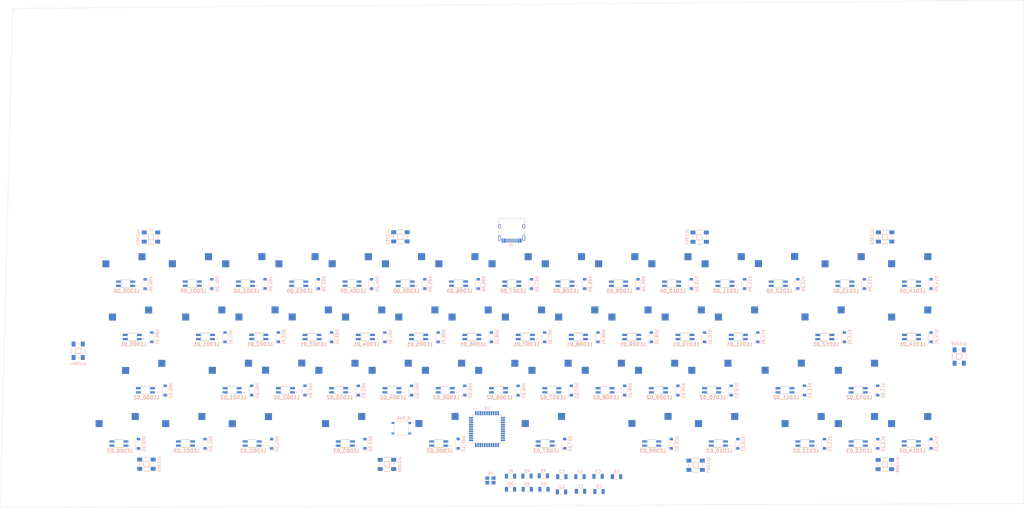
<source format=kicad_pcb>
(kicad_pcb (version 20211014) (generator pcbnew)
  (title_block (title "chasma"))
  (layers (0 "F.Cu" signal) (31 "B.Cu" signal) (34 "B.Paste" user) (35 "F.Paste" user) (36 "B.SilkS" user "B.Silkscreen") (37 "F.SilkS" user "F.Silkscreen") (38 "B.Mask" user) (39 "F.Mask" user) (44 "Edge.Cuts" user))
  (net 0 "")
  (net 1 "Net-(C0-Pad1)")
  (net 2 "GND")
  (net 3 "Net-(C1-Pad2)")
  (net 4 "Net-(C2-Pad1)")
  (net 5 "VCC")
  (net 6 "Net-(D00_00-Pad2)")
  (net 7 "row00")
  (net 8 "Net-(D00_01-Pad2)")
  (net 9 "row01")
  (net 10 "Net-(D00_02-Pad2)")
  (net 11 "row02")
  (net 12 "Net-(D00_03-Pad2)")
  (net 13 "row03")
  (net 14 "Net-(D01_00-Pad2)")
  (net 15 "Net-(D01_01-Pad2)")
  (net 16 "Net-(D01_02-Pad2)")
  (net 17 "Net-(D01_03-Pad2)")
  (net 18 "Net-(D02_00-Pad2)")
  (net 19 "Net-(D02_01-Pad2)")
  (net 20 "Net-(D02_02-Pad2)")
  (net 21 "Net-(D02_03-Pad2)")
  (net 22 "Net-(D03_00-Pad2)")
  (net 23 "Net-(D03_01-Pad2)")
  (net 24 "Net-(D03_02-Pad2)")
  (net 25 "Net-(D03_03-Pad2)")
  (net 26 "Net-(D04_00-Pad2)")
  (net 27 "Net-(D04_01-Pad2)")
  (net 28 "Net-(D04_02-Pad2)")
  (net 29 "Net-(D05_00-Pad2)")
  (net 30 "Net-(D05_01-Pad2)")
  (net 31 "Net-(D05_02-Pad2)")
  (net 32 "Net-(D05_03-Pad2)")
  (net 33 "Net-(D06_00-Pad2)")
  (net 34 "Net-(D06_01-Pad2)")
  (net 35 "Net-(D06_02-Pad2)")
  (net 36 "Net-(D07_00-Pad2)")
  (net 37 "Net-(D07_01-Pad2)")
  (net 38 "Net-(D07_02-Pad2)")
  (net 39 "Net-(D07_03-Pad2)")
  (net 40 "Net-(D08_00-Pad2)")
  (net 41 "Net-(D08_01-Pad2)")
  (net 42 "Net-(D08_02-Pad2)")
  (net 43 "Net-(D09_00-Pad2)")
  (net 44 "Net-(D09_01-Pad2)")
  (net 45 "Net-(D09_02-Pad2)")
  (net 46 "Net-(D09_03-Pad2)")
  (net 47 "Net-(D10_00-Pad2)")
  (net 48 "Net-(D10_01-Pad2)")
  (net 49 "Net-(D10_02-Pad2)")
  (net 50 "Net-(D10_03-Pad2)")
  (net 51 "Net-(D11_00-Pad2)")
  (net 52 "Net-(D11_01-Pad2)")
  (net 53 "Net-(D11_02-Pad2)")
  (net 54 "Net-(D12_00-Pad2)")
  (net 55 "Net-(D12_01-Pad2)")
  (net 56 "Net-(D12_03-Pad2)")
  (net 57 "Net-(D13_00-Pad2)")
  (net 58 "Net-(D13_02-Pad2)")
  (net 59 "Net-(D13_03-Pad2)")
  (net 60 "Net-(D14_00-Pad2)")
  (net 61 "Net-(D14_01-Pad2)")
  (net 62 "Net-(D14_03-Pad2)")
  (net 63 "Net-(J0-PadA5)")
  (net 64 "D+")
  (net 65 "D-")
  (net 67 "Net-(J0-PadB5)")
  (net 69 "Net-(LED00_00-Pad2)")
  (net 70 "Net-(LED00_00-Pad4)")
  (net 71 "Net-(LED00_01-Pad4)")
  (net 72 "Net-(LED00_02-Pad4)")
  (net 73 "LED")
  (net 74 "Net-(LED01_00-Pad2)")
  (net 75 "Net-(LED01_01-Pad2)")
  (net 76 "Net-(LED01_02-Pad2)")
  (net 77 "Net-(LED01_03-Pad2)")
  (net 78 "Net-(LED02_00-Pad2)")
  (net 79 "Net-(LED02_00-Pad4)")
  (net 80 "Net-(LED02_01-Pad4)")
  (net 81 "Net-(LED02_02-Pad4)")
  (net 82 "Net-(LED03_00-Pad2)")
  (net 83 "Net-(LED03_01-Pad2)")
  (net 84 "Net-(LED03_02-Pad2)")
  (net 85 "Net-(LED03_03-Pad2)")
  (net 86 "Net-(LED04_00-Pad2)")
  (net 87 "Net-(LED04_00-Pad4)")
  (net 88 "Net-(LED04_01-Pad4)")
  (net 89 "Net-(LED05_00-Pad2)")
  (net 90 "Net-(LED05_01-Pad2)")
  (net 91 "Net-(LED05_02-Pad2)")
  (net 92 "Net-(LED05_03-Pad2)")
  (net 93 "Net-(LED06_00-Pad2)")
  (net 94 "Net-(LED06_00-Pad4)")
  (net 95 "Net-(LED06_01-Pad4)")
  (net 96 "Net-(LED07_00-Pad2)")
  (net 97 "Net-(LED07_01-Pad2)")
  (net 98 "Net-(LED07_02-Pad2)")
  (net 99 "Net-(LED07_03-Pad2)")
  (net 100 "Net-(LED08_00-Pad2)")
  (net 101 "Net-(LED08_00-Pad4)")
  (net 102 "Net-(LED08_01-Pad4)")
  (net 103 "Net-(LED09_00-Pad2)")
  (net 104 "Net-(LED09_01-Pad2)")
  (net 105 "Net-(LED09_02-Pad2)")
  (net 106 "Net-(LED09_03-Pad2)")
  (net 107 "Net-(LED10_00-Pad2)")
  (net 108 "Net-(LED10_00-Pad4)")
  (net 109 "Net-(LED10_01-Pad4)")
  (net 110 "Net-(LED10_02-Pad4)")
  (net 111 "Net-(LED11_00-Pad2)")
  (net 112 "Net-(LED11_01-Pad2)")
  (net 113 "Net-(LED11_02-Pad2)")
  (net 114 "Net-(LED12_00-Pad2)")
  (net 115 "Net-(LED12_00-Pad4)")
  (net 116 "Net-(LED12_01-Pad4)")
  (net 117 "Net-(LED13_00-Pad2)")
  (net 118 "Net-(LED13_02-Pad2)")
  (net 119 "Net-(LED13_03-Pad2)")
  (net 120 "Net-(LED14_00-Pad2)")
  (net 121 "Net-(LED14_00-Pad4)")
  (net 122 "Net-(LED14_01-Pad4)")
  (net 123 "Net-(R0-Pad2)")
  (net 124 "Net-(R1-Pad1)")
  (net 125 "Net-(R2-Pad1)")
  (net 126 "RESET")
  (net 127 "col00")
  (net 128 "col01")
  (net 129 "col02")
  (net 130 "col03")
  (net 131 "col04")
  (net 132 "col05")
  (net 133 "col06")
  (net 134 "col07")
  (net 135 "col08")
  (net 136 "col09")
  (net 137 "col10")
  (net 138 "col11")
  (net 139 "col12")
  (net 140 "col13")
  (net 141 "col14")
  (net 148 "Net-(ULED00-Pad2)")
  (net 149 "Net-(ULED01-Pad2)")
  (net 150 "Net-(ULED02-Pad2)")
  (net 151 "Net-(ULED03-Pad2)")
  (net 152 "Net-(ULED04-Pad2)")
  (net 153 "Net-(ULED05-Pad2)")
  (net 154 "Net-(ULED06-Pad2)")
  (net 155 "Net-(ULED07-Pad2)")
  (net 156 "Net-(ULED08-Pad2)")
  (footprint "MX_Only:MXOnly-1U-Hotswap" (layer "F.Cu") (at 244.175 146.7)
    (fp_text reference "SW09_00")
    (fp_text value "SW_Push")
  )
  (footprint "SK6812MINI-E:SK6812MINIE" (layer "F.Cu") (at 115.575 170.325)
    (fp_text reference "LED02_01")
    (fp_text value "SK6812MINI-E" hide)
    (fp_line (start -1.6 -1.4) (end 1.6 -1.4) (layer "Edge.Cuts") (width 0.2))
    (fp_line (start 1.6 1.4) (end -1.6 1.4) (layer "Edge.Cuts") (width 0.2))
    (fp_line (start -1.6 1.4) (end -1.6 -1.4) (layer "Edge.Cuts") (width 0.2))
    (fp_line (start 1.6 -1.4) (end 1.6 1.4) (layer "Edge.Cuts") (width 0.2))
  )
  (footprint "SK6812MINI-E:SK6812MINIE" (layer "F.Cu") (at 229.85 170.35)
    (fp_text reference "LED08_01")
    (fp_text value "SK6812MINI-E" hide)
    (fp_line (start 1.6 1.4) (end -1.6 1.4) (layer "Edge.Cuts") (width 0.2))
    (fp_line (start -1.6 -1.4) (end 1.6 -1.4) (layer "Edge.Cuts") (width 0.2))
    (fp_line (start -1.6 1.4) (end -1.6 -1.4) (layer "Edge.Cuts") (width 0.2))
    (fp_line (start 1.6 -1.4) (end 1.6 1.4) (layer "Edge.Cuts") (width 0.2))
  )
  (footprint "SK6812MINI-E:SK6812MINIE" (layer "F.Cu") (at 329.9 189.4)
    (fp_text reference "LED13_02")
    (fp_text value "SK6812MINI-E" hide)
    (fp_line (start -1.6 1.4) (end -1.6 -1.4) (layer "Edge.Cuts") (width 0.2))
    (fp_line (start -1.6 -1.4) (end 1.6 -1.4) (layer "Edge.Cuts") (width 0.2))
    (fp_line (start 1.6 -1.4) (end 1.6 1.4) (layer "Edge.Cuts") (width 0.2))
    (fp_line (start 1.6 1.4) (end -1.6 1.4) (layer "Edge.Cuts") (width 0.2))
  )
  (footprint "MX_Only:MXOnly-1U-Hotswap" (layer "F.Cu") (at 96.525 165.75)
    (fp_text reference "SW01_01")
    (fp_text value "SW_Push")
  )
  (footprint "MX_Only:MXOnly-1U-Hotswap" (layer "F.Cu") (at 182.25 184.8)
    (fp_text reference "SW05_02")
    (fp_text value "SW_Push")
  )
  (footprint "MX_Only:MXOnly-1U-Hotswap" (layer "F.Cu") (at 106.05 184.8)
    (fp_text reference "SW01_02")
    (fp_text value "SW_Push")
  )
  (footprint "MX_Only:MXOnly-1U-Hotswap" (layer "F.Cu") (at 277.5 184.8)
    (fp_text reference "SW10_02")
    (fp_text value "SW_Push")
  )
  (footprint "MX_Only:MXOnly-2.75U-Hotswap-ReversedStabilizers" (layer "F.Cu") (at 217.975 203.825)
    (fp_text reference "SW07_03")
    (fp_text value "SW_Push")
  )
  (footprint "MX_Only:MXOnly-2.25U-Hotswap" (layer "F.Cu") (at 75.05 184.85055)
    (fp_text reference "SW00_02")
    (fp_text value "SW_Push")
  )
  (footprint "SK6812MINI-E:SK6812MINIE" (layer "F.Cu") (at 148.925 151.275)
    (fp_text reference "LED04_00")
    (fp_text value "SK6812MINI-E" hide)
    (fp_line (start -1.6 -1.4) (end 1.6 -1.4) (layer "Edge.Cuts") (width 0.2))
    (fp_line (start 1.6 -1.4) (end 1.6 1.4) (layer "Edge.Cuts") (width 0.2))
    (fp_line (start 1.6 1.4) (end -1.6 1.4) (layer "Edge.Cuts") (width 0.2))
    (fp_line (start -1.6 1.4) (end -1.6 -1.4) (layer "Edge.Cuts") (width 0.2))
  )
  (footprint "MX_Only:MXOnly-1.5U-Hotswap" (layer "F.Cu") (at 325.15 146.7)
    (fp_text reference "SW13_00")
    (fp_text value "SW_Push")
  )
  (footprint "MX_Only:MXOnly-1U-Hotswap" (layer "F.Cu") (at 310.85 203.85)
    (fp_text reference "SW12_03")
    (fp_text value "SW_Push")
  )
  (footprint "SK6812MINI-E:SK6812MINIE" (layer "F.Cu") (at 303.725 189.4)
    (fp_text reference "LED11_02")
    (fp_text value "SK6812MINI-E" hide)
    (fp_line (start -1.6 1.4) (end -1.6 -1.4) (layer "Edge.Cuts") (width 0.2))
    (fp_line (start 1.6 -1.4) (end 1.6 1.4) (layer "Edge.Cuts") (width 0.2))
    (fp_line (start 1.6 1.4) (end -1.6 1.4) (layer "Edge.Cuts") (width 0.2))
    (fp_line (start -1.6 -1.4) (end 1.6 -1.4) (layer "Edge.Cuts") (width 0.2))
  )
  (footprint "SK6812MINI-E:SK6812MINIE" (layer "F.Cu") (at 146.525 208.45)
    (fp_text reference "LED03_03")
    (fp_text value "SK6812MINI-E" hide)
    (fp_line (start 1.6 -1.4) (end 1.6 1.4) (layer "Edge.Cuts") (width 0.2))
    (fp_line (start -1.6 1.4) (end -1.6 -1.4) (layer "Edge.Cuts") (width 0.2))
    (fp_line (start 1.6 1.4) (end -1.6 1.4) (layer "Edge.Cuts") (width 0.2))
    (fp_line (start -1.6 -1.4) (end 1.6 -1.4) (layer "Edge.Cuts") (width 0.2))
  )
  (footprint "SK6812MINI-E:SK6812MINIE" (layer "F.Cu") (at 244.175 151.3)
    (fp_text reference "LED09_00")
    (fp_text value "SK6812MINI-E" hide)
    (fp_line (start 1.6 -1.4) (end 1.6 1.4) (layer "Edge.Cuts") (width 0.2))
    (fp_line (start -1.6 -1.4) (end 1.6 -1.4) (layer "Edge.Cuts") (width 0.2))
    (fp_line (start -1.6 1.4) (end -1.6 -1.4) (layer "Edge.Cuts") (width 0.2))
    (fp_line (start 1.6 1.4) (end -1.6 1.4) (layer "Edge.Cuts") (width 0.2))
  )
  (footprint "SK6812MINI-E:SK6812MINIE" (layer "F.Cu") (at 187.025 151.275)
    (fp_text reference "LED06_00")
    (fp_text value "SK6812MINI-E" hide)
    (fp_line (start 1.6 -1.4) (end 1.6 1.4) (layer "Edge.Cuts") (width 0.2))
    (fp_line (start 1.6 1.4) (end -1.6 1.4) (layer "Edge.Cuts") (width 0.2))
    (fp_line (start -1.6 1.4) (end -1.6 -1.4) (layer "Edge.Cuts") (width 0.2))
    (fp_line (start -1.6 -1.4) (end 1.6 -1.4) (layer "Edge.Cuts") (width 0.2))
  )
  (footprint "SK6812MINI-E:SK6812MINIE" (layer "F.Cu") (at 348.95 170.35)
    (fp_text reference "LED14_01")
    (fp_text value "SK6812MINI-E" hide)
    (fp_line (start 1.6 1.4) (end -1.6 1.4) (layer "Edge.Cuts") (width 0.2))
    (fp_line (start -1.6 1.4) (end -1.6 -1.4) (layer "Edge.Cuts") (width 0.2))
    (fp_line (start 1.6 -1.4) (end 1.6 1.4) (layer "Edge.Cuts") (width 0.2))
    (fp_line (start -1.6 -1.4) (end 1.6 -1.4) (layer "Edge.Cuts") (width 0.2))
  )
  (footprint "SK6812MINI-E:SK6812MINIE" (layer "F.Cu") (at 325.15 151.3)
    (fp_text reference "LED13_00")
    (fp_text value "SK6812MINI-E" hide)
    (fp_line (start 1.6 1.4) (end -1.6 1.4) (layer "Edge.Cuts") (width 0.2))
    (fp_line (start -1.6 -1.4) (end 1.6 -1.4) (layer "Edge.Cuts") (width 0.2))
    (fp_line (start -1.6 1.4) (end -1.6 -1.4) (layer "Edge.Cuts") (width 0.2))
    (fp_line (start 1.6 -1.4) (end 1.6 1.4) (layer "Edge.Cuts") (width 0.2))
  )
  (footprint "SK6812MINI-E:SK6812MINIE" (layer "F.Cu") (at 91.775 151.275)
    (fp_text reference "LED01_00")
    (fp_text value "SK6812MINI-E" hide)
    (fp_line (start 1.6 1.4) (end -1.6 1.4) (layer "Edge.Cuts") (width 0.2))
    (fp_line (start 1.6 -1.4) (end 1.6 1.4) (layer "Edge.Cuts") (width 0.2))
    (fp_line (start -1.6 -1.4) (end 1.6 -1.4) (layer "Edge.Cuts") (width 0.2))
    (fp_line (start -1.6 1.4) (end -1.6 -1.4) (layer "Edge.Cuts") (width 0.2))
  )
  (footprint "MX_Only:MXOnly-1U-Hotswap" (layer "F.Cu") (at 220.35 184.8)
    (fp_text reference "SW07_02")
    (fp_text value "SW_Push")
  )
  (footprint "SK6812MINI-E:SK6812MINIE" (layer "F.Cu") (at 277.5 189.4)
    (fp_text reference "LED10_02")
    (fp_text value "SK6812MINI-E" hide)
    (fp_line (start 1.6 -1.4) (end 1.6 1.4) (layer "Edge.Cuts") (width 0.2))
    (fp_line (start 1.6 1.4) (end -1.6 1.4) (layer "Edge.Cuts") (width 0.2))
    (fp_line (start -1.6 -1.4) (end 1.6 -1.4) (layer "Edge.Cuts") (width 0.2))
    (fp_line (start -1.6 1.4) (end -1.6 -1.4) (layer "Edge.Cuts") (width 0.2))
  )
  (footprint "SK6812MINI-E:SK6812MINIE" (layer "F.Cu") (at 317.975 170.35)
    (fp_text reference "LED12_01")
    (fp_text value "SK6812MINI-E" hide)
    (fp_line (start -1.6 1.4) (end -1.6 -1.4) (layer "Edge.Cuts") (width 0.2))
    (fp_line (start -1.6 -1.4) (end 1.6 -1.4) (layer "Edge.Cuts") (width 0.2))
    (fp_line (start 1.6 -1.4) (end 1.6 1.4) (layer "Edge.Cuts") (width 0.2))
    (fp_line (start 1.6 1.4) (end -1.6 1.4) (layer "Edge.Cuts") (width 0.2))
  )
  (footprint "MX_Only:MXOnly-1U-Hotswap" (layer "F.Cu") (at 329.9 184.8)
    (fp_text reference "SW13_02")
    (fp_text value "SW_Push")
  )
  (footprint "SK6812MINI-E:SK6812MINIE" (layer "F.Cu") (at 282.275 151.3)
    (fp_text reference "LED11_00")
    (fp_text value "SK6812MINI-E" hide)
    (fp_line (start 1.6 -1.4) (end 1.6 1.4) (layer "Edge.Cuts") (width 0.2))
    (fp_line (start 1.6 1.4) (end -1.6 1.4) (layer "Edge.Cuts") (width 0.2))
    (fp_line (start -1.6 1.4) (end -1.6 -1.4) (layer "Edge.Cuts") (width 0.2))
    (fp_line (start -1.6 -1.4) (end 1.6 -1.4) (layer "Edge.Cuts") (width 0.2))
  )
  (footprint "MX_Only:MXOnly-1U-Hotswap" (layer "F.Cu") (at 267.975 165.75)
    (fp_text reference "SW10_01")
    (fp_text value "SW_Push")
  )
  (footprint "SK6812MINI-E:SK6812MINIE" (layer "F.Cu") (at 248.925 170.35)
    (fp_text reference "LED09_01")
    (fp_text value "SK6812MINI-E" hide)
    (fp_line (start 1.6 -1.4) (end 1.6 1.4) (layer "Edge.Cuts") (width 0.2))
    (fp_line (start -1.6 1.4) (end -1.6 -1.4) (layer "Edge.Cuts") (width 0.2))
    (fp_line (start 1.6 1.4) (end -1.6 1.4) (layer "Edge.Cuts") (width 0.2))
    (fp_line (start -1.6 -1.4) (end 1.6 -1.4) (layer "Edge.Cuts") (width 0.2))
  )
  (footprint "MX_Only:MXOnly-1U-Hotswap" (layer "F.Cu") (at 163.2 184.8)
    (fp_text reference "SW04_02")
    (fp_text value "SW_Push")
  )
  (footprint "MX_Only:MXOnly-1U-Hotswap" (layer "F.Cu") (at 153.7 165.75)
    (fp_text reference "SW04_01")
    (fp_text value "SW_Push")
  )
  (footprint "MX_Only:MXOnly-1.75U-Hotswap" (layer "F.Cu") (at 303.725 184.775)
    (fp_text reference "SW11_02")
    (fp_text value "SW_Push")
  )
  (footprint "MX_Only:MXOnly-1U-Hotswap" (layer "F.Cu") (at 134.625 165.725)
    (fp_text reference "SW03_01")
    (fp_text value "SW_Push")
  )
  (footprint "MX_Only:MXOnly-1U-Hotswap" (layer "F.Cu") (at 206.075 146.7)
    (fp_text reference "SW07_00")
    (fp_text value "SW_Push")
  )
  (footprint "MX_Only:MXOnly-1U-Hotswap" (layer "F.Cu") (at 144.15 184.8)
    (fp_text reference "SW03_02")
    (fp_text value "SW_Push")
  )
  (footprint "MX_Only:MXOnly-1U-Hotswap" (layer "F.Cu") (at 191.775 165.75)
    (fp_text reference "SW06_01")
    (fp_text value "SW_Push")
  )
  (footprint "SK6812MINI-E:SK6812MINIE" (layer "F.Cu") (at 125.125 189.4)
    (fp_text reference "LED02_02")
    (fp_text value "SK6812MINI-E" hide)
    (fp_line (start -1.6 -1.4) (end 1.6 -1.4) (layer "Edge.Cuts") (width 0.2))
    (fp_line (start 1.6 1.4) (end -1.6 1.4) (layer "Edge.Cuts") (width 0.2))
    (fp_line (start 1.6 -1.4) (end 1.6 1.4) (layer "Edge.Cuts") (width 0.2))
    (fp_line (start -1.6 1.4) (end -1.6 -1.4) (layer "Edge.Cuts") (width 0.2))
  )
  (footprint "SK6812MINI-E:SK6812MINIE" (layer "F.Cu") (at 210.875 170.35)
    (fp_text reference "LED07_01")
    (fp_text value "SK6812MINI-E" hide)
    (fp_line (start -1.6 -1.4) (end 1.6 -1.4) (layer "Edge.Cuts") (width 0.2))
    (fp_line (start -1.6 1.4) (end -1.6 -1.4) (layer "Edge.Cuts") (width 0.2))
    (fp_line (start 1.6 -1.4) (end 1.6 1.4) (layer "Edge.Cuts") (width 0.2))
    (fp_line (start 1.6 1.4) (end -1.6 1.4) (layer "Edge.Cuts") (width 0.2))
  )
  (footprint "MX_Only:MXOnly-1U-Hotswap" (layer "F.Cu") (at 129.875 146.7)
    (fp_text reference "SW03_00")
    (fp_text value "SW_Push")
  )
  (footprint "MX_Only:MXOnly-2.25U-Hotswap-ReversedStabilizers" (layer "F.Cu") (at 317.975 165.72445)
    (fp_text reference "SW12_01")
    (fp_text value "SW_Push")
  )
  (footprint "SK6812MINI-E:SK6812MINIE" (layer "F.Cu") (at 67.975 151.3)
    (fp_text reference "LED00_00")
    (fp_text value "SK6812MINI-E" hide)
    (fp_line (start -1.6 -1.4) (end 1.6 -1.4) (layer "Edge.Cuts") (width 0.2))
    (fp_line (start -1.6 1.4) (end -1.6 -1.4) (layer "Edge.Cuts") (width 0.2))
    (fp_line (start 1.6 -1.4) (end 1.6 1.4) (layer "Edge.Cuts") (width 0.2))
    (fp_line (start 1.6 1.4) (end -1.6 1.4) (layer "Edge.Cuts") (width 0.2))
  )
  (footprint "SK6812MINI-E:SK6812MINIE" (layer "F.Cu") (at 263.2 151.3)
    (fp_text reference "LED10_00")
    (fp_text value "SK6812MINI-E" hide)
    (fp_line (start -1.6 1.4) (end -1.6 -1.4) (layer "Edge.Cuts") (width 0.2))
    (fp_line (start 1.6 -1.4) (end 1.6 1.4) (layer "Edge.Cuts") (width 0.2))
    (fp_line (start 1.6 1.4) (end -1.6 1.4) (layer "Edge.Cuts") (width 0.2))
    (fp_line (start -1.6 -1.4) (end 1.6 -1.4) (layer "Edge.Cuts") (width 0.2))
  )
  (footprint "SK6812MINI-E:SK6812MINIE" (layer "F.Cu") (at 113.2 208.45)
    (fp_text reference "LED02_03")
    (fp_text value "SK6812MINI-E" hide)
    (fp_line (start -1.6 -1.4) (end 1.6 -1.4) (layer "Edge.Cuts") (width 0.2))
    (fp_line (start -1.6 1.4) (end -1.6 -1.4) (layer "Edge.Cuts") (width 0.2))
    (fp_line (start 1.6 1.4) (end -1.6 1.4) (layer "Edge.Cuts") (width 0.2))
    (fp_line (start 1.6 -1.4) (end 1.6 1.4) (layer "Edge.Cuts") (width 0.2))
  )
  (footprint "MX_Only:MXOnly-1U-Hotswap" (layer "F.Cu") (at 329.9 203.85)
    (fp_text reference "SW13_03")
    (fp_text value "SW_Push")
  )
  (footprint "MX_Only:MXOnly-1U-Hotswap" (layer "F.Cu") (at 210.85 165.75)
    (fp_text reference "SW07_01")
    (fp_text value "SW_Push")
  )
  (footprint "MX_Only:MXOnly-1U-Hotswap" (layer "F.Cu") (at 258.45 184.8)
    (fp_text reference "SW09_02")
    (fp_text value "SW_Push")
  )
  (footprint "MX_Only:MXOnly-1U-Hotswap" (layer "F.Cu") (at 91.775 146.7)
    (fp_text reference "SW01_00")
    (fp_text value "SW_Push")
  )
  (footprint "MX_Only:MXOnly-1.25U-Hotswap" (layer "F.Cu") (at 113.2 203.875)
    (fp_text reference "SW02_03")
    (fp_text value "SW_Push")
  )
  (footprint "MX_Only:MXOnly-1U-Hotswap" (layer "F.Cu") (at 172.725 165.75)
    (fp_text reference "SW05_01")
    (fp_text value "SW_Push")
  )
  (footprint "MX_Only:MXOnly-1U-Hotswap" (layer "F.Cu") (at 110.825 146.7)
    (fp_text reference "SW02_00")
    (fp_text value "SW_Push")
  )
  (footprint "MX_Only:MXOnly-1U-Hotswap" (layer "F.Cu") (at 301.325 146.65)
    (fp_text reference "SW12_00")
    (fp_text value "SW_Push")
  )
  (footprint "SK6812MINI-E:SK6812MINIE" (layer "F.Cu") (at 179.925 208.45)
    (fp_text reference "LED05_03")
    (fp_text value "SK6812MINI-E" hide)
    (fp_line (start -1.6 -1.4) (end 1.6 -1.4) (layer "Edge.Cuts") (width 0.2))
    (fp_line (start 1.6 1.4) (end -1.6 1.4) (layer "Edge.Cuts") (width 0.2))
    (fp_line (start 1.6 -1.4) (end 1.6 1.4) (layer "Edge.Cuts") (width 0.2))
    (fp_line (start -1.6 1.4) (end -1.6 -1.4) (layer "Edge.Cuts") (width 0.2))
  )
  (footprint "MX_Only:MXOnly-1.25U-Hotswap" (layer "F.Cu") (at 279.9 203.85)
    (fp_text reference "SW10_03")
    (fp_text value "SW_Push")
  )
  (footprint "SK6812MINI-E:SK6812MINIE" (layer "F.Cu") (at 267.975 170.35)
    (fp_text reference "LED10_01")
    (fp_text value "SK6812MINI-E" hide)
    (fp_line (start -1.6 -1.4) (end 1.6 -1.4) (layer "Edge.Cuts") (width 0.2))
    (fp_line (start -1.6 1.4) (end -1.6 -1.4) (layer "Edge.Cuts") (width 0.2))
    (fp_line (start 1.6 -1.4) (end 1.6 1.4) (layer "Edge.Cuts") (width 0.2))
    (fp_line (start 1.6 1.4) (end -1.6 1.4) (layer "Edge.Cuts") (width 0.2))
  )
  (footprint "MX_Only:MXOnly-1U-Hotswap" (layer "F.Cu") (at 115.575 165.725)
    (fp_text reference "SW02_01")
    (fp_text value "SW_Push")
  )
  (footprint "SK6812MINI-E:SK6812MINIE" (layer "F.Cu") (at 70.35 170.35)
    (fp_text reference "LED00_01")
    (fp_text value "SK6812MINI-E" hide)
    (fp_line (start 1.6 1.4) (end -1.6 1.4) (layer "Edge.Cuts") (width 0.2))
    (fp_line (start -1.6 1.4) (end -1.6 -1.4) (layer "Edge.Cuts") (width 0.2))
    (fp_line (start 1.6 -1.4) (end 1.6 1.4) (layer "Edge.Cuts") (width 0.2))
    (fp_line (start -1.6 -1.4) (end 1.6 -1.4) (layer "Edge.Cuts") (width 0.2))
  )
  (footprint "MX_Only:MXOnly-1U-Hotswap" (layer "F.Cu") (at 148.925 146.7)
    (fp_text reference "SW04_00")
    (fp_text value "SW_Push")
  )
  (footprint "MX_Only:MXOnly-1U-Hotswap" (layer "F.Cu") (at 125.1 184.75)
    (fp_text reference "SW02_02")
    (fp_text value "SW_Push")
  )
  (footprint "SK6812MINI-E:SK6812MINIE" (layer "F.Cu") (at 256.075 208.45)
    (fp_text reference "LED09_03")
    (fp_text value "SK6812MINI-E" hide)
    (fp_line (start 1.6 1.4) (end -1.6 1.4) (layer "Edge.Cuts") (width 0.2))
    (fp_line (start -1.6 1.4) (end -1.6 -1.4) (layer "Edge.Cuts") (width 0.2))
    (fp_line (start 1.6 -1.4) (end 1.6 1.4) (layer "Edge.Cuts") (width 0.2))
    (fp_line (start -1.6 -1.4) (end 1.6 -1.4) (layer "Edge.Cuts") (width 0.2))
  )
  (footprint "SK6812MINI-E:SK6812MINIE" (layer "F.Cu") (at 153.7 170.35)
    (fp_text reference "LED04_01")
    (fp_text value "SK6812MINI-E" hide)
    (fp_line (start 1.6 -1.4) (end 1.6 1.4) (layer "Edge.Cuts") (width 0.2))
    (fp_line (start -1.6 1.4) (end -1.6 -1.4) (layer "Edge.Cuts") (width 0.2))
    (fp_line (start 1.6 1.4) (end -1.6 1.4) (layer "Edge.Cuts") (width 0.2))
    (fp_line (start -1.6 -1.4) (end 1.6 -1.4) (layer "Edge.Cuts") (width 0.2))
  )
  (footprint "SK6812MINI-E:SK6812MINIE" (layer "F.Cu") (at 106.05 189.4)
    (fp_text reference "LED01_02")
    (fp_text value "SK6812MINI-E" hide)
    (fp_line (start -1.6 -1.4) (end 1.6 -1.4) (layer "Edge.Cuts") (width 0.2))
    (fp_line (start -1.6 1.4) (end -1.6 -1.4) (layer "Edge.Cuts") (width 0.2))
    (fp_line (start 1.6 -1.4) (end 1.6 1.4) (layer "Edge.Cuts") (width 0.2))
    (fp_line (start 1.6 1.4) (end -1.6 1.4) (layer "Edge.Cuts") (width 0.2))
  )
  (footprint "MX_Only:MXOnly-1U-Hotswap" (layer "F.Cu") (at 239.4 184.8)
    (fp_text reference "SW08_02")
    (fp_text value "SW_Push")
  )
  (footprint "SK6812MINI-E:SK6812MINIE" (layer "F.Cu") (at 182.25 189.4)
    (fp_text reference "LED05_02")
    (fp_text value "SK6812MINI-E" hide)
    (fp_line (start 1.6 1.4) (end -1.6 1.4) (layer "Edge.Cuts") (width 0.2))
    (fp_line (start 1.6 -1.4) (end 1.6 1.4) (layer "Edge.Cuts") (width 0.2))
    (fp_line (start -1.6 -1.4) (end 1.6 -1.4) (layer "Edge.Cuts") (width 0.2))
    (fp_line (start -1.6 1.4) (end -1.6 -1.4) (layer "Edge.Cuts") (width 0.2))
  )
  (footprint "SK6812MINI-E:SK6812MINIE" (layer "F.Cu") (at 129.875 151.3)
    (fp_text reference "LED03_00")
    (fp_text value "SK6812MINI-E" hide)
    (fp_line (start -1.6 1.4) (end -1.6 -1.4) (layer "Edge.Cuts") (width 0.2))
    (fp_line (start 1.6 1.4) (end -1.6 1.4) (layer "Edge.Cuts") (width 0.2))
    (fp_line (start 1.6 -1.4) (end 1.6 1.4) (layer "Edge.Cuts") (width 0.2))
    (fp_line (start -1.6 -1.4) (end 1.6 -1.4) (layer "Edge.Cuts") (width 0.2))
  )
  (footprint "SK6812MINI-E:SK6812MINIE" (layer "F.Cu") (at 110.825 151.3)
    (fp_text reference "LED02_00")
    (fp_text value "SK6812MINI-E" hide)
    (fp_line (start 1.6 1.4) (end -1.6 1.4) (layer "Edge.Cuts") (width 0.2))
    (fp_line (start -1.6 -1.4) (end 1.6 -1.4) (layer "Edge.Cuts") (width 0.2))
    (fp_line (start 1.6 -1.4) (end 1.6 1.4) (layer "Edge.Cuts") (width 0.2))
    (fp_line (start -1.6 1.4) (end -1.6 -1.4) (layer "Edge.Cuts") (width 0.2))
  )
  (footprint "MX_Only:MXOnly-1U-Hotswap" (layer "F.Cu") (at 282.275 146.7)
    (fp_text reference "SW11_00")
    (fp_text value "SW_Push")
  )
  (footprint "MX_Only:MXOnly-1U-Hotswap" (layer "F.Cu") (at 248.925 165.75)
    (fp_text reference "SW09_01")
    (fp_text value "SW_Push")
  )
  (footprint "MX_Only:MXOnly-1.25U-Hotswap" (layer "F.Cu") (at 179.925 203.825)
    (fp_text reference "SW05_03")
    (fp_text value "SW_Push")
  )
  (footprint "SK6812MINI-E:SK6812MINIE" (layer "F.Cu") (at 134.625 170.35)
    (fp_text reference "LED03_01")
    (fp_text value "SK6812MINI-E" hide)
    (fp_line (start -1.6 -1.4) (end 1.6 -1.4) (layer "Edge.Cuts") (width 0.2))
    (fp_line (start -1.6 1.4) (end -1.6 -1.4) (layer "Edge.Cuts") (width 0.2))
    (fp_line (start 1.6 1.4) (end -1.6 1.4) (layer "Edge.Cuts") (width 0.2))
    (fp_line (start 1.6 -1.4) (end 1.6 1.4) (layer "Edge.Cuts") (width 0.2))
  )
  (footprint "SK6812MINI-E:SK6812MINIE" (layer "F.Cu") (at 163.19 189.4)
    (fp_text reference "LED04_02")
    (fp_text value "SK6812MINI-E" hide)
    (fp_line (start 1.6 -1.4) (end 1.6 1.4) (layer "Edge.Cuts") (width 0.2))
    (fp_line (start -1.6 1.4) (end -1.6 -1.4) (layer "Edge.Cuts") (width 0.2))
    (fp_line (start -1.6 -1.4) (end 1.6 -1.4) (layer "Edge.Cuts") (width 0.2))
    (fp_line (start 1.6 1.4) (end -1.6 1.4) (layer "Edge.Cuts") (width 0.2))
  )
  (footprint "MX_Only:MXOnly-1U-Hotswap" (layer "F.Cu") (at 263.2 146.7)
    (fp_text reference "SW10_00")
    (fp_text value "SW_Push")
  )
  (footprint "SK6812MINI-E:SK6812MINIE" (layer "F.Cu") (at 279.9 208.45)
    (fp_text reference "LED10_03")
    (fp_text value "SK6812MINI-E" hide)
    (fp_line (start -1.6 1.4) (end -1.6 -1.4) (layer "Edge.Cuts") (width 0.2))
    (fp_line (start 1.6 -1.4) (end 1.6 1.4) (layer "Edge.Cuts") (width 0.2))
    (fp_line (start 1.6 1.4) (end -1.6 1.4) (layer "Edge.Cuts") (width 0.2))
    (fp_line (start -1.6 -1.4) (end 1.6 -1.4) (layer "Edge.Cuts") (width 0.2))
  )
  (footprint "MX_Only:MXOnly-1.25U-Hotswap" (layer "F.Cu") (at 89.385 203.865)
    (fp_text reference "SW01_03")
    (fp_text value "SW_Push")
  )
  (footprint "SK6812MINI-E:SK6812MINIE" (layer "F.Cu") (at 172.725 170.35)
    (fp_text reference "LED05_01")
    (fp_text value "SK6812MINI-E" hide)
    (fp_line (start 1.6 -1.4) (end 1.6 1.4) (layer "Edge.Cuts") (width 0.2))
    (fp_line (start -1.6 1.4) (end -1.6 -1.4) (layer "Edge.Cuts") (width 0.2))
    (fp_line (start 1.6 1.4) (end -1.6 1.4) (layer "Edge.Cuts") (width 0.2))
    (fp_line (start -1.6 -1.4) (end 1.6 -1.4) (layer "Edge.Cuts") (width 0.2))
  )
  (footprint "SK6812MINI-E:SK6812MINIE" (layer "F.Cu") (at 201.3 189.4)
    (fp_text reference "LED06_02")
    (fp_text value "SK6812MINI-E" hide)
    (fp_line (start 1.6 -1.4) (end 1.6 1.4) (layer "Edge.Cuts") (width 0.2))
    (fp_line (start 1.6 1.4) (end -1.6 1.4) (layer "Edge.Cuts") (width 0.2))
    (fp_line (start -1.6 1.4) (end -1.6 -1.4) (layer "Edge.Cuts") (width 0.2))
    (fp_line (start -1.6 -1.4) (end 1.6 -1.4) (layer "Edge.Cuts") (width 0.2))
  )
  (footprint "MX_Only:MXOnly-1U-Hotswap" (layer "F.Cu") (at 348.925 203.85)
    (fp_text reference "SW14_03")
    (fp_text value "SW_Push")
  )
  (footprint "MX_Only:MXOnly-1U-Hotswap" (layer "F.Cu") (at 167.95 146.7)
    (fp_text reference "SW05_00")
    (fp_text value "SW_Push")
  )
  (footprint "SK6812MINI-E:SK6812MINIE" (layer "F.Cu") (at 329.9 208.45)
    (fp_text reference "LED13_03")
    (fp_text value "SK6812MINI-E" hide)
    (fp_line (start 1.6 -1.4) (end 1.6 1.4) (layer "Edge.Cuts") (width 0.2))
    (fp_line (start -1.6 1.4) (end -1.6 -1.4) (layer "Edge.Cuts") (width 0.2))
    (fp_line (start 1.6 1.4) (end -1.6 1.4) (layer "Edge.Cuts") (width 0.2))
    (fp_line (start -1.6 -1.4) (end 1.6 -1.4) (layer "Edge.Cuts") (width 0.2))
  )
  (footprint "SK6812MINI-E:SK6812MINIE" (layer "F.Cu") (at 287.025 170.35)
    (fp_text reference "LED11_01")
    (fp_text value "SK6812MINI-E" hide)
    (fp_line (start 1.6 1.4) (end -1.6 1.4) (layer "Edge.Cuts") (width 0.2))
    (fp_line (start 1.6 -1.4) (end 1.6 1.4) (layer "Edge.Cuts") (width 0.2))
    (fp_line (start -1.6 -1.4) (end 1.6 -1.4) (layer "Edge.Cuts") (width 0.2))
    (fp_line (start -1.6 1.4) (end -1.6 -1.4) (layer "Edge.Cuts") (width 0.2))
  )
  (footprint "SK6812MINI-E:SK6812MINIE" (layer "F.Cu") (at 144.14 189.4)
    (fp_text reference "LED03_02")
    (fp_text value "SK6812MINI-E" hide)
    (fp_line (start -1.6 1.4) (end -1.6 -1.4) (layer "Edge.Cuts") (width 0.2))
    (fp_line (start 1.6 1.4) (end -1.6 1.4) (layer "Edge.Cuts") (width 0.2))
    (fp_line (start -1.6 -1.4) (end 1.6 -1.4) (layer "Edge.Cuts") (width 0.2))
    (fp_line (start 1.6 -1.4) (end 1.6 1.4) (layer "Edge.Cuts") (width 0.2))
  )
  (footprint "SK6812MINI-E:SK6812MINIE" (layer "F.Cu") (at 348.9 208.425)
    (fp_text reference "LED14_03")
    (fp_text value "SK6812MINI-E" hide)
    (fp_line (start 1.6 -1.4) (end 1.6 1.4) (layer "Edge.Cuts") (width 0.2))
    (fp_line (start -1.6 1.4) (end -1.6 -1.4) (layer "Edge.Cuts") (width 0.2))
    (fp_line (start -1.6 -1.4) (end 1.6 -1.4) (layer "Edge.Cuts") (width 0.2))
    (fp_line (start 1.6 1.4) (end -1.6 1.4) (layer "Edge.Cuts") (width 0.2))
  )
  (footprint "MX_Only:MXOnly-1U-Hotswap" (layer "F.Cu") (at 348.95 165.75)
    (fp_text reference "SW14_01")
    (fp_text value "SW_Push")
  )
  (footprint "SK6812MINI-E:SK6812MINIE" (layer "F.Cu") (at 225.075 151.3)
    (fp_text reference "LED08_00")
    (fp_text value "SK6812MINI-E" hide)
    (fp_line (start 1.6 1.4) (end -1.6 1.4) (layer "Edge.Cuts") (width 0.2))
    (fp_line (start -1.6 -1.4) (end 1.6 -1.4) (layer "Edge.Cuts") (width 0.2))
    (fp_line (start 1.6 -1.4) (end 1.6 1.4) (layer "Edge.Cuts") (width 0.2))
    (fp_line (start -1.6 1.4) (end -1.6 -1.4) (layer "Edge.Cuts") (width 0.2))
  )
  (footprint "MX_Only:MXOnly-1U-Hotswap" (layer "F.Cu") (at 287.025 165.75)
    (fp_text reference "SW11_01")
    (fp_text value "SW_Push")
  )
  (footprint "MX_Only:MXOnly-1.75U-Hotswap" (layer "F.Cu") (at 70.35 165.775)
    (fp_text reference "SW00_01")
    (fp_text value "SW_Push")
  )
  (footprint "SK6812MINI-E:SK6812MINIE" (layer "F.Cu") (at 348.95 151.3)
    (fp_text reference "LED14_00")
    (fp_text value "SK6812MINI-E" hide)
    (fp_line (start -1.6 1.4) (end -1.6 -1.4) (layer "Edge.Cuts") (width 0.2))
    (fp_line (start 1.6 1.4) (end -1.6 1.4) (layer "Edge.Cuts") (width 0.2))
    (fp_line (start 1.6 -1.4) (end 1.6 1.4) (layer "Edge.Cuts") (width 0.2))
    (fp_line (start -1.6 -1.4) (end 1.6 -1.4) (layer "Edge.Cuts") (width 0.2))
  )
  (footprint "MX_Only:MXOnly-1.25U-Hotswap" (layer "F.Cu") (at 256.075 203.8)
    (fp_text reference "SW09_03")
    (fp_text value "SW_Push")
  )
  (footprint "SK6812MINI-E:SK6812MINIE" (layer "F.Cu") (at 167.95 151.3)
    (fp_text reference "LED05_00")
    (fp_text value "SK6812MINI-E" hide)
    (fp_line (start 1.6 1.4) (end -1.6 1.4) (layer "Edge.Cuts") (width 0.2))
    (fp_line (start -1.6 -1.4) (end 1.6 -1.4) (layer "Edge.Cuts") (width 0.2))
    (fp_line (start -1.6 1.4) (end -1.6 -1.4) (layer "Edge.Cuts") (width 0.2))
    (fp_line (start 1.6 -1.4) (end 1.6 1.4) (layer "Edge.Cuts") (width 0.2))
  )
  (footprint "SK6812MINI-E:SK6812MINIE" (layer "F.Cu") (at 75.05 189.4)
    (fp_text reference "LED00_02")
    (fp_text value "SK6812MINI-E" hide)
    (fp_line (start -1.6 -1.4) (end 1.6 -1.4) (layer "Edge.Cuts") (width 0.2))
    (fp_line (start 1.6 -1.4) (end 1.6 1.4) (layer "Edge.Cuts") (width 0.2))
    (fp_line (start 1.6 1.4) (end -1.6 1.4) (layer "Edge.Cuts") (width 0.2))
    (fp_line (start -1.6 1.4) (end -1.6 -1.4) (layer "Edge.Cuts") (width 0.2))
  )
  (footprint "SK6812MINI-E:SK6812MINIE" (layer "F.Cu") (at 310.85 208.45)
    (fp_text reference "LED12_03")
    (fp_text value "SK6812MINI-E" hide)
    (fp_line (start -1.6 -1.4) (end 1.6 -1.4) (layer "Edge.Cuts") (width 0.2))
    (fp_line (start -1.6 1.4) (end -1.6 -1.4) (layer "Edge.Cuts") (width 0.2))
    (fp_line (start 1.6 1.4) (end -1.6 1.4) (layer "Edge.Cuts") (width 0.2))
    (fp_line (start 1.6 -1.4) (end 1.6 1.4) (layer "Edge.Cuts") (width 0.2))
  )
  (footprint "SK6812MINI-E:SK6812MINIE" (layer "F.Cu") (at 239.4 189.4)
    (fp_text reference "LED08_02")
    (fp_text value "SK6812MINI-E" hide)
    (fp_line (start 1.6 1.4) (end -1.6 1.4) (layer "Edge.Cuts") (width 0.2))
    (fp_line (start 1.6 -1.4) (end 1.6 1.4) (layer "Edge.Cuts") (width 0.2))
    (fp_line (start -1.6 -1.4) (end 1.6 -1.4) (layer "Edge.Cuts") (width 0.2))
    (fp_line (start -1.6 1.4) (end -1.6 -1.4) (layer "Edge.Cuts") (width 0.2))
  )
  (footprint "SK6812MINI-E:SK6812MINIE" (layer "F.Cu") (at 220.35 189.4)
    (fp_text reference "LED07_02")
    (fp_text value "SK6812MINI-E" hide)
    (fp_line (start -1.6 1.4) (end -1.6 -1.4) (layer "Edge.Cuts") (width 0.2))
    (fp_line (start 1.6 -1.4) (end 1.6 1.4) (layer "Edge.Cuts") (width 0.2))
    (fp_line (start -1.6 -1.4) (end 1.6 -1.4) (layer "Edge.Cuts") (width 0.2))
    (fp_line (start 1.6 1.4) (end -1.6 1.4) (layer "Edge.Cuts") (width 0.2))
  )
  (footprint "SK6812MINI-E:SK6812MINIE" (layer "F.Cu") (at 301.325 151.3)
    (fp_text reference "LED12_00")
    (fp_text value "SK6812MINI-E" hide)
    (fp_line (start -1.6 1.4) (end -1.6 -1.4) (layer "Edge.Cuts") (width 0.2))
    (fp_line (start 1.6 -1.4) (end 1.6 1.4) (layer "Edge.Cuts") (width 0.2))
    (fp_line (start 1.6 1.4) (end -1.6 1.4) (layer "Edge.Cuts") (width 0.2))
    (fp_line (start -1.6 -1.4) (end 1.6 -1.4) (layer "Edge.Cuts") (width 0.2))
  )
  (footprint "MX_Only:MXOnly-1U-Hotswap" (layer "F.Cu") (at 225.125 146.7)
    (fp_text reference "SW08_00")
    (fp_text value "SW_Push")
  )
  (footprint "MX_Only:MXOnly-1.5U-Hotswap" (layer "F.Cu") (at 67.975 146.725)
    (fp_text reference "SW00_00")
    (fp_text value "SW_Push")
  )
  (footprint "MX_Only:MXOnly-1U-Hotswap" (layer "F.Cu") (at 229.875 165.75)
    (fp_text reference "SW08_01")
    (fp_text value "SW_Push")
  )
  (footprint "SK6812MINI-E:SK6812MINIE" (layer "F.Cu") (at 258.45 189.4)
    (fp_text reference "LED09_02")
    (fp_text value "SK6812MINI-E" hide)
    (fp_line (start 1.6 -1.4) (end 1.6 1.4) (layer "Edge.Cuts") (width 0.2))
    (fp_line (start -1.6 1.4) (end -1.6 -1.4) (layer "Edge.Cuts") (width 0.2))
    (fp_line (start -1.6 -1.4) (end 1.6 -1.4) (layer "Edge.Cuts") (width 0.2))
    (fp_line (start 1.6 1.4) (end -1.6 1.4) (layer "Edge.Cuts") (width 0.2))
  )
  (footprint "MX_Only:MXOnly-1.25U-Hotswap" (layer "F.Cu") (at 65.575 203.85)
    (fp_text reference "SW00_03")
    (fp_text value "SW_Push")
  )
  (footprint "MX_Only:MXOnly-1U-Hotswap" (layer "F.Cu") (at 187.025 146.7)
    (fp_text reference "SW06_00")
    (fp_text value "SW_Push")
  )
  (footprint "SK6812MINI-E:SK6812MINIE" (layer "F.Cu") (at 89.39 208.45)
    (fp_text reference "LED01_03")
    (fp_text value "SK6812MINI-E" hide)
    (fp_line (start 1.6 1.4) (end -1.6 1.4) (layer "Edge.Cuts") (width 0.2))
    (fp_line (start -1.6 -1.4) (end 1.6 -1.4) (layer "Edge.Cuts") (width 0.2))
    (fp_line (start -1.6 1.4) (end -1.6 -1.4) (layer "Edge.Cuts") (width 0.2))
    (fp_line (start 1.6 -1.4) (end 1.6 1.4) (layer "Edge.Cuts") (width 0.2))
  )
  (footprint "MX_Only:MXOnly-1U-Hotswap" (layer "F.Cu") (at 348.95 146.675)
    (fp_text reference "SW14_00")
    (fp_text value "SW_Push")
  )
  (footprint "SK6812MINI-E:SK6812MINIE" (layer "F.Cu") (at 65.575 208.45)
    (fp_text reference "LED00_03")
    (fp_text value "SK6812MINI-E" hide)
    (fp_line (start -1.6 1.4) (end -1.6 -1.4) (layer "Edge.Cuts") (width 0.2))
    (fp_line (start 1.6 -1.4) (end 1.6 1.4) (layer "Edge.Cuts") (width 0.2))
    (fp_line (start 1.6 1.4) (end -1.6 1.4) (layer "Edge.Cuts") (width 0.2))
    (fp_line (start -1.6 -1.4) (end 1.6 -1.4) (layer "Edge.Cuts") (width 0.2))
  )
  (footprint "SK6812MINI-E:SK6812MINIE" (layer "F.Cu") (at 206.075 151.3)
    (fp_text reference "LED07_00")
    (fp_text value "SK6812MINI-E" hide)
    (fp_line (start 1.6 -1.4) (end 1.6 1.4) (layer "Edge.Cuts") (width 0.2))
    (fp_line (start 1.6 1.4) (end -1.6 1.4) (layer "Edge.Cuts") (width 0.2))
    (fp_line (start -1.6 1.4) (end -1.6 -1.4) (layer "Edge.Cuts") (width 0.2))
    (fp_line (start -1.6 -1.4) (end 1.6 -1.4) (layer "Edge.Cuts") (width 0.2))
  )
  (footprint "MX_Only:MXOnly-1U-Hotswap" (layer "F.Cu") (at 201.3 184.825)
    (fp_text reference "SW06_02")
    (fp_text value "SW_Push")
  )
  (footprint "SK6812MINI-E:SK6812MINIE" (layer "F.Cu") (at 96.525 170.35)
    (fp_text reference "LED01_01")
    (fp_text value "SK6812MINI-E" hide)
    (fp_line (start -1.6 1.4) (end -1.6 -1.4) (layer "Edge.Cuts") (width 0.2))
    (fp_line (start 1.6 -1.4) (end 1.6 1.4) (layer "Edge.Cuts") (width 0.2))
    (fp_line (start 1.6 1.4) (end -1.6 1.4) (layer "Edge.Cuts") (width 0.2))
    (fp_line (start -1.6 -1.4) (end 1.6 -1.4) (layer "Edge.Cuts") (width 0.2))
  )
  (footprint "SK6812MINI-E:SK6812MINIE" (layer "F.Cu") (at 217.975 208.45)
    (fp_text reference "LED07_03")
    (fp_text value "SK6812MINI-E" hide)
    (fp_line (start -1.6 1.4) (end -1.6 -1.4) (layer "Edge.Cuts") (width 0.2))
    (fp_line (start 1.6 -1.4) (end 1.6 1.4) (layer "Edge.Cuts") (width 0.2))
    (fp_line (start -1.6 -1.4) (end 1.6 -1.4) (layer "Edge.Cuts") (width 0.2))
    (fp_line (start 1.6 1.4) (end -1.6 1.4) (layer "Edge.Cuts") (width 0.2))
  )
  (footprint "SK6812MINI-E:SK6812MINIE" (layer "F.Cu") (at 191.775 170.35)
    (fp_text reference "LED06_01")
    (fp_text value "SK6812MINI-E" hide)
    (fp_line (start 1.6 1.4) (end -1.6 1.4) (layer "Edge.Cuts") (width 0.2))
    (fp_line (start -1.6 1.4) (end -1.6 -1.4) (layer "Edge.Cuts") (width 0.2))
    (fp_line (start 1.6 -1.4) (end 1.6 1.4) (layer "Edge.Cuts") (width 0.2))
    (fp_line (start -1.6 -1.4) (end 1.6 -1.4) (layer "Edge.Cuts") (width 0.2))
  )
  (footprint "MX_Only:MXOnly-2.25U-Hotswap-ReversedStabilizers" (layer "F.Cu") (at 146.525 203.84945)
    (fp_text reference "SW03_03")
    (fp_text value "SW_Push")
  )
  (footprint "WS2812B:WS2812B" (layer "B.Cu") (at 166.225 134.525 -90)
    (fp_text reference "ULED02")
    (fp_text value "WS2812B" hide)
  )
  (footprint "random-keyboard-parts:D_SOD-123-Pretty" (layer "B.Cu") (at 213.075 151.35 90)
    (fp_text reference "D07_00")
    (fp_text value "D")
  )
  (footprint "random-keyboard-parts:D_SOD-123-Pretty" (layer "B.Cu") (at 274.975 170.4 90)
    (fp_text reference "D10_01")
    (fp_text value "D")
  )
  (footprint "Connector_USB:USB_C_Receptacle_HRO_TYPE-C-31-M-12" (layer "B.Cu") (at 206 131.85)
    (fp_text reference "J0")
    (fp_text value "USB_C_Receptacle_USB2.0")
  )
  (footprint "Capacitor_SMD:C_1206_3216Metric" (layer "B.Cu") (at 230.625 225.525 180)
    (fp_text reference "C1")
    (fp_text value "22pF")
  )
  (footprint "random-keyboard-parts:D_SOD-123-Pretty" (layer "B.Cu") (at 141.625 170.4 90)
    (fp_text reference "D03_01")
    (fp_text value "D")
  )
  (footprint "random-keyboard-parts:D_SOD-123-Pretty" (layer "B.Cu") (at 189.25 189.45 90)
    (fp_text reference "D05_02")
    (fp_text value "D")
  )
  (footprint "Resistor_SMD:R_1206_3216Metric" (layer "B.Cu") (at 211.575 224.8 180)
    (fp_text reference "R3")
    (fp_text value "5.1k")
  )
  (footprint "random-keyboard-parts:D_SOD-123-Pretty" (layer "B.Cu") (at 194.025 151.35 90)
    (fp_text reference "D06_00")
    (fp_text value "D")
  )
  (footprint "random-keyboard-parts:D_SOD-123-Pretty" (layer "B.Cu") (at 98.775 151.35 90)
    (fp_text reference "D01_00")
    (fp_text value "D")
  )
  (footprint "random-keyboard-parts:D_SOD-123-Pretty" (layer "B.Cu") (at 336.9 189.45 90)
    (fp_text reference "D13_02")
    (fp_text value "D")
  )
  (footprint "random-keyboard-parts:D_SOD-123-Pretty" (layer "B.Cu") (at 227.35 189.45 90)
    (fp_text reference "D07_02")
    (fp_text value "D")
  )
  (footprint "Resistor_SMD:R_1206_3216Metric" (layer "B.Cu") (at 217.325 219.975 180)
    (fp_text reference "R5")
    (fp_text value "10k")
  )
  (footprint "random-keyboard-parts:D_SOD-123-Pretty" (layer "B.Cu") (at 122.575 170.375 90)
    (fp_text reference "D02_01")
    (fp_text value "D")
  )
  (footprint "random-keyboard-parts:D_SOD-123-Pretty" (layer "B.Cu") (at 324.975 170.4 90)
    (fp_text reference "D12_01")
    (fp_text value "D")
  )
  (footprint "random-keyboard-parts:D_SOD-123-Pretty" (layer "B.Cu") (at 74.95 151.375 90)
    (fp_text reference "D00_00")
    (fp_text value "D")
  )
  (footprint "random-keyboard-parts:D_SOD-123-Pretty" (layer "B.Cu") (at 96.375 208.5 90)
    (fp_text reference "D01_03")
    (fp_text value "D")
  )
  (footprint "random-keyboard-parts:D_SOD-123-Pretty" (layer "B.Cu") (at 263.075 208.5 90)
    (fp_text reference "D09_03")
    (fp_text value "D")
  )
  (footprint "WS2812B:WS2812B" (layer "B.Cu") (at 75.4 215.825 90)
    (fp_text reference "ULED05")
    (fp_text value "WS2812B" hide)
  )
  (footprint "random-keyboard-parts:D_SOD-123-Pretty" (layer "B.Cu") (at 132.1 189.425 90)
    (fp_text reference "D02_02")
    (fp_text value "D")
  )
  (footprint "random-keyboard-parts:D_SOD-123-Pretty" (layer "B.Cu") (at 308.325 151.325 90)
    (fp_text reference "D12_00")
    (fp_text value "D")
  )
  (footprint "random-keyboard-parts:D_SOD-123-Pretty" (layer "B.Cu") (at 246.4 189.45 90)
    (fp_text reference "D08_02")
    (fp_text value "D")
  )
  (footprint "random-keyboard-parts:D_SOD-123-Pretty" (layer "B.Cu") (at 151.15 189.45 90)
    (fp_text reference "D03_02")
    (fp_text value "D")
  )
  (footprint "random-keyboard-parts:D_SOD-123-Pretty" (layer "B.Cu") (at 289.275 151.35 90)
    (fp_text reference "D11_00")
    (fp_text value "D")
  )
  (footprint "Capacitor_SMD:C_1206_3216Metric" (layer "B.Cu") (at 223.925 220.275 180)
    (fp_text reference "C3")
    (fp_text value "0.1μF")
  )
  (footprint "random-keyboard-parts:D_SOD-123-Pretty" (layer "B.Cu") (at 113.05 189.45 90)
    (fp_text reference "D01_02")
    (fp_text value "D")
  )
  (footprint "Resistor_SMD:R_1206_3216Metric" (layer "B.Cu") (at 217.55 224.8 180)
    (fp_text reference "R4")
    (fp_text value "5.1k")
  )
  (footprint "random-keyboard-parts:D_SOD-123-Pretty" (layer "B.Cu") (at 82.1 189.45 90)
    (fp_text reference "D00_02")
    (fp_text value "D")
  )
  (footprint "random-keyboard-parts:D_SOD-123-Pretty" (layer "B.Cu") (at 224.975 208.475 90)
    (fp_text reference "D07_03")
    (fp_text value "D")
  )
  (footprint "WS2812B:WS2812B" (layer "B.Cu") (at 273.225 134.65 -90)
    (fp_text reference "ULED01")
    (fp_text value "WS2812B" hide)
  )
  (footprint "random-keyboard-parts:D_SOD-123-Pretty" (layer "B.Cu") (at 286.9 208.5 90)
    (fp_text reference "D10_03")
    (fp_text value "D")
  )
  (footprint "Crystal:Crystal_SMD_SeikoEpson_FA238-4Pin_3.2x2.5mm" (layer "B.Cu") (at 198.375 221.6 180)
    (fp_text reference "Y0")
    (fp_text value "16Mhz")
  )
  (footprint "random-keyboard-parts:D_SOD-123-Pretty" (layer "B.Cu") (at 270.225 151.35 90)
    (fp_text reference "D10_00")
    (fp_text value "D")
  )
  (footprint "WS2812B:WS2812B" (layer "B.Cu") (at 271.775 216.2 90)
    (fp_text reference "ULED07")
    (fp_text value "WS2812B" hide)
  )
  (footprint "random-keyboard-parts:D_SOD-123-Pretty" (layer "B.Cu") (at 310.7 189.425 90)
    (fp_text reference "D11_02")
    (fp_text value "D")
  )
  (footprint "random-keyboard-parts:D_SOD-123-Pretty" (layer "B.Cu") (at 255.925 170.4 90)
    (fp_text reference "D09_01")
    (fp_text value "D")
  )
  (footprint "random-keyboard-parts:D_SOD-123-Pretty" (layer "B.Cu") (at 120.2 208.525 90)
    (fp_text reference "D02_03")
    (fp_text value "D")
  )
  (footprint "WS2812B:WS2812B" (layer "B.Cu") (at 51 175.275)
    (fp_text reference "ULED04")
    (fp_text value "WS2812B" hide)
  )
  (footprint "random-keyboard-parts:D_SOD-123-Pretty" (layer "B.Cu") (at 317.85 208.5 90)
    (fp_text reference "D12_03")
    (fp_text value "D")
  )
  (footprint "random-keyboard-parts:D_SOD-123-Pretty" (layer "B.Cu") (at 208.3 189.475 90)
    (fp_text reference "D06_02")
    (fp_text value "D")
  )
  (footprint "Package_QFP:TQFP-44_10x10mm_P0.8mm" (layer "B.Cu") (at 197.175 203.275 180)
    (fp_text reference "U0")
    (fp_text value "ATmega32U4-A")
  )
  (footprint "WS2812B:WS2812B" (layer "B.Cu") (at 77.025 134.6 -90)
    (fp_text reference "ULED03")
    (fp_text value "WS2812B" hide)
  )
  (footprint "random-keyboard-parts:D_SOD-123-Pretty" (layer "B.Cu") (at 251.175 151.35 90)
    (fp_text reference "D09_00")
    (fp_text value "D")
  )
  (footprint "random-keyboard-parts:D_SOD-123-Pretty" (layer "B.Cu") (at 186.875 208.475 90)
    (fp_text reference "D05_03")
    (fp_text value "D")
  )
  (footprint "WS2812B:WS2812B" (layer "B.Cu") (at 161.4 215.9 90)
    (fp_text reference "ULED06")
    (fp_text value "WS2812B" hide)
  )
  (footprint "random-keyboard-parts:D_SOD-123-Pretty" (layer "B.Cu") (at 265.45 189.45 90)
    (fp_text reference "D09_02")
    (fp_text value "D")
  )
  (footprint "random-keyboard-parts:D_SOD-123-Pretty" (layer "B.Cu") (at 284.5 189.45 90)
    (fp_text reference "D10_02")
    (fp_text value "D")
  )
  (footprint "WS2812B:WS2812B" (layer "B.Cu") (at 339.425 215.95 90)
    (fp_text reference "ULED08")
    (fp_text value "WS2812B" hide)
  )
  (footprint "Capacitor_SMD:C_1206_3216Metric" (layer "B.Cu") (at 243.5 220.275 180)
    (fp_text reference "C6")
    (fp_text value "10μF")
  )
  (footprint "random-keyboard-parts:D_SOD-123-Pretty" (layer "B.Cu") (at 355.95 170.4 90)
    (fp_text reference "D14_01")
    (fp_text value "D")
  )
  (footprint "Capacitor_SMD:C_1206_3216Metric" (layer "B.Cu") (at 230.425 220.275 180)
    (fp_text reference "C4")
    (fp_text value "0.1μF")
  )
  (footprint "random-keyboard-parts:D_SOD-123-Pretty" (layer "B.Cu") (at 232.125 151.35 90)
    (fp_text reference "D08_00")
    (fp_text value "D")
  )
  (footprint "TS-1187A-B-A-B:SW_TS-1187A-B-A-B" (layer "B.Cu") (at 166.55 202.975 180)
    (fp_text reference "R_SW0")
    (fp_text value "TS-1187A-B-A-B")
  )
  (footprint "random-keyboard-parts:D_SOD-123-Pretty" (layer "B.Cu") (at 336.9 208.5 90)
    (fp_text reference "D13_03")
    (fp_text value "D")
  )
  (footprint "random-keyboard-parts:D_SOD-123-Pretty" (layer "B.Cu") (at 77.35 170.4 90)
    (fp_text reference "D00_01")
    (fp_text value "D")
  )
  (footprint "random-keyboard-parts:D_SOD-123-Pretty" (layer "B.Cu") (at 103.525 170.4 90)
    (fp_text reference "D01_01")
    (fp_text value "D")
  )
  (footprint "random-keyboard-parts:D_SOD-123-Pretty" (layer "B.Cu") (at 72.575 208.5 90)
    (fp_text reference "D00_03")
    (fp_text value "D")
  )
  (footprint "random-keyboard-parts:D_SOD-123-Pretty" (layer "B.Cu") (at 332.125 151.35 90)
    (fp_text reference "D13_00")
    (fp_text value "D")
  )
  (footprint "random-keyboard-parts:D_SOD-123-Pretty" (layer "B.Cu") (at 170.2 189.45 90)
    (fp_text reference "D04_02")
    (fp_text value "D")
  )
  (footprint "random-keyboard-parts:D_SOD-123-Pretty" (layer "B.Cu") (at 294.025 170.4 90)
    (fp_text reference "D11_01")
    (fp_text value "D")
  )
  (footprint "random-keyboard-parts:D_SOD-123-Pretty" (layer "B.Cu") (at 179.725 170.4 90)
    (fp_text reference "D05_01")
    (fp_text value "D")
  )
  (footprint "Resistor_SMD:R_1206_3216Metric" (layer "B.Cu") (at 205.6 220.125 180)
    (fp_text reference "R1")
    (fp_text value "22")
  )
  (footprint "random-keyboard-parts:D_SOD-123-Pretty" (layer "B.Cu") (at 117.825 151.325 90)
    (fp_text reference "D02_00")
    (fp_text value "D")
  )
  (footprint "random-keyboard-parts:D_SOD-123-Pretty" (layer "B.Cu") (at 160.675 170.4 90)
    (fp_text reference "D04_01")
    (fp_text value "D")
  )
  (footprint "Resistor_SMD:R_1206_3216Metric" (layer "B.Cu") (at 205.6 224.8 180)
    (fp_text reference "R0")
    (fp_text value "10k")
  )
  (footprint "Resistor_SMD:R_1206_3216Metric" (layer "B.Cu") (at 211.475 220.075 180)
    (fp_text reference "R2")
    (fp_text value "22")
  )
  (footprint "random-keyboard-parts:D_SOD-123-Pretty" (layer "B.Cu") (at 136.875 151.35 90)
    (fp_text reference "D03_00")
    (fp_text value "D")
  )
  (footprint "random-keyboard-parts:D_SOD-123-Pretty" (layer "B.Cu") (at 236.875 170.4 90)
    (fp_text reference "D08_01")
    (fp_text value "D")
  )
  (footprint "Capacitor_SMD:C_1206_3216Metric" (layer "B.Cu") (at 237.225 225.625 180)
    (fp_text reference "C0")
    (fp_text value "1μF")
  )
  (footprint "random-keyboard-parts:D_SOD-123-Pretty" (layer "B.Cu") (at 155.925 151.35 90)
    (fp_text reference "D04_00")
    (fp_text value "D")
  )
  (footprint "random-keyboard-parts:D_SOD-123-Pretty" (layer "B.Cu") (at 217.825 170.4 90)
    (fp_text reference "D07_01")
    (fp_text value "D")
  )
  (footprint "random-keyboard-parts:D_SOD-123-Pretty" (layer "B.Cu") (at 198.775 170.4 90)
    (fp_text reference "D06_01")
    (fp_text value "D")
  )
  (footprint "random-keyboard-parts:D_SOD-123-Pretty" (layer "B.Cu") (at 355.95 208.5 90)
    (fp_text reference "D14_03")
    (fp_text value "D")
  )
  (footprint "random-keyboard-parts:D_SOD-123-Pretty" (layer "B.Cu") (at 153.55 208.5 90)
    (fp_text reference "D03_03")
    (fp_text value "D")
  )
  (footprint "WS2812B:WS2812B" (layer "B.Cu") (at 366.025 177.325 180)
    (fp_text reference "ULED09")
    (fp_text value "WS2812B" hide)
  )
  (footprint "random-keyboard-parts:D_SOD-123-Pretty" (layer "B.Cu") (at 174.95 151.35 90)
    (fp_text reference "D05_00")
    (fp_text value "D")
  )
  (footprint "WS2812B:WS2812B" (layer "B.Cu") (at 339.525 134.575 -90)
    (fp_text reference "ULED00")
    (fp_text value "WS2812B" hide)
  )
  (footprint "random-keyboard-parts:D_SOD-123-Pretty" (layer "B.Cu") (at 355.95 151.35 90)
    (fp_text reference "D14_00")
    (fp_text value "D")
  )
  (footprint "Capacitor_SMD:C_1206_3216Metric" (layer "B.Cu") (at 236.9 220.175 180)
    (fp_text reference "C5")
    (fp_text value "0.1μF")
  )
  (footprint "Capacitor_SMD:C_1206_3216Metric" (layer "B.Cu") (at 223.825 225.725 180)
    (fp_text reference "C2")
    (fp_text value "22pF")
  )
  (gr_line (start 389.15 49.9) (end 27.6 52.9) (layer "Edge.Cuts") (width 0.1))
  (gr_line (start 23.1 231.4) (end 389.15 229.9) (layer "Edge.Cuts") (width 0.1))
  (gr_line (start 27.6 52.9) (end 23.1 231.4) (layer "Edge.Cuts") (width 0.1))
  (gr_line (start 389.15 229.9) (end 389.15 49.9) (layer "Edge.Cuts") (width 0.1))
)
</source>
